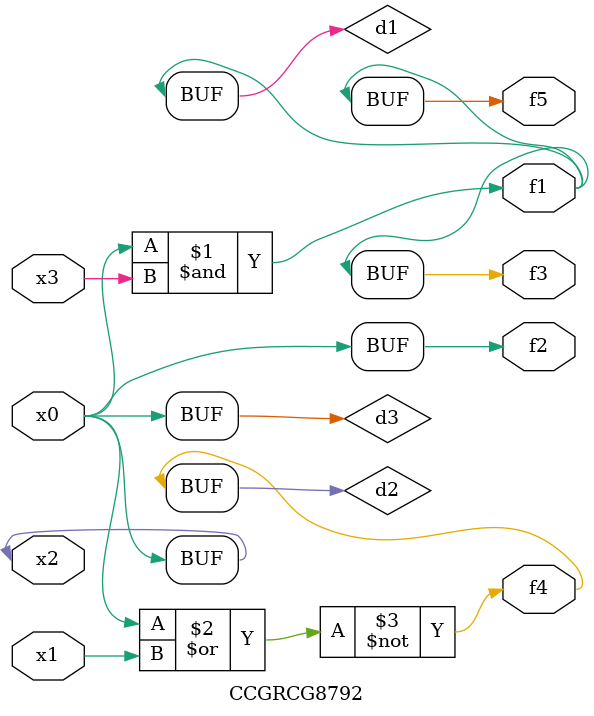
<source format=v>
module CCGRCG8792(
	input x0, x1, x2, x3,
	output f1, f2, f3, f4, f5
);

	wire d1, d2, d3;

	and (d1, x2, x3);
	nor (d2, x0, x1);
	buf (d3, x0, x2);
	assign f1 = d1;
	assign f2 = d3;
	assign f3 = d1;
	assign f4 = d2;
	assign f5 = d1;
endmodule

</source>
